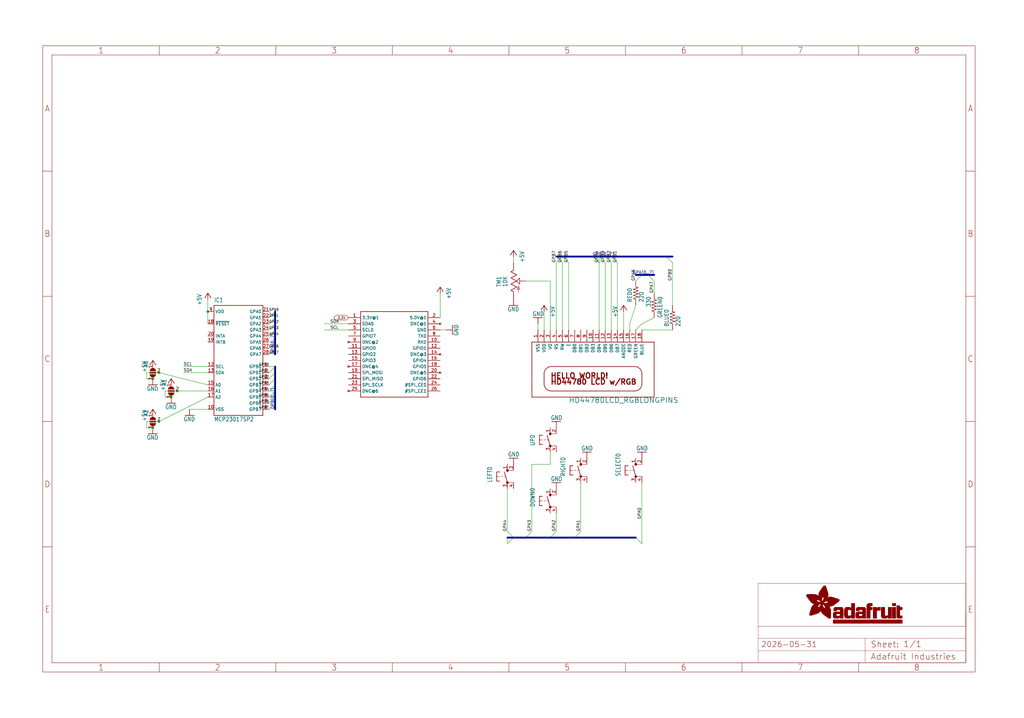
<source format=kicad_sch>
(kicad_sch (version 20230121) (generator eeschema)
  (paper "User" 425.45 298.602)
  (lib_symbols
    (symbol "working-eagle-import:+5V" (power)
      (property "Value" "+5V" (at -2.54 -5.08 90))
      (symbol "+5V_1_0"
        (pin power_in line (at 0 -2.54 90) (length 2.54) (name "+5V") (number "1"))
      )
    )
    (symbol "working-eagle-import:10-XX"
      (property "Reference" "S" (at -6.35 -2.54 90))
      (symbol "10-XX_1_0"
        (pin passive line (at 0 5.08 270) (length 2.54) (name "S") (number "1"))
        (pin passive line (at 2.54 5.08 270) (length 2.54) (name "S1") (number "2"))
        (pin passive line (at 0 -5.08 90) (length 2.54) (name "P") (number "3"))
        (pin passive line (at 2.54 -5.08 90) (length 2.54) (name "P1") (number "4"))
      )
    )
    (symbol "working-eagle-import:FRAME_A3_ADAFRUIT"
      (symbol "FRAME_A3_ADAFRUIT_1_0"
        (text "${#}/${##}" (at 357.505 10.16 0) (effects (font (size 2.54 2.54)) (justify left bottom)))
        (text "${CURRENT_DATE}" (at 298.45 10.16 0) (effects (font (size 2.286 2.286)) (justify left bottom)))
        (text "${PROJECTNAME}" (at 298.45 15.24 0) (effects (font (size 2.54 2.54)) (justify left bottom)))
        (text "1" (at 24.2094 1.905 0) (effects (font (size 2.54 2.286))))
        (text "1" (at 24.2094 258.445 0) (effects (font (size 2.54 2.286))))
        (text "2" (at 72.6281 1.905 0) (effects (font (size 2.54 2.286))))
        (text "2" (at 72.6281 258.445 0) (effects (font (size 2.54 2.286))))
        (text "3" (at 121.0469 1.905 0) (effects (font (size 2.54 2.286))))
        (text "3" (at 121.0469 258.445 0) (effects (font (size 2.54 2.286))))
        (text "4" (at 169.4656 1.905 0) (effects (font (size 2.54 2.286))))
        (text "4" (at 169.4656 258.445 0) (effects (font (size 2.54 2.286))))
        (text "5" (at 217.8844 1.905 0) (effects (font (size 2.54 2.286))))
        (text "5" (at 217.8844 258.445 0) (effects (font (size 2.54 2.286))))
        (text "6" (at 266.3031 1.905 0) (effects (font (size 2.54 2.286))))
        (text "6" (at 266.3031 258.445 0) (effects (font (size 2.54 2.286))))
        (text "7" (at 314.7219 1.905 0) (effects (font (size 2.54 2.286))))
        (text "7" (at 314.7219 258.445 0) (effects (font (size 2.54 2.286))))
        (text "8" (at 363.1406 1.905 0) (effects (font (size 2.54 2.286))))
        (text "8" (at 363.1406 258.445 0) (effects (font (size 2.54 2.286))))
        (text "A" (at 1.905 234.315 0) (effects (font (size 2.54 2.286))))
        (text "A" (at 385.445 234.315 0) (effects (font (size 2.54 2.286))))
        (text "Adafruit Industries" (at 343.916 4.953 0) (effects (font (size 2.54 2.54)) (justify left bottom)))
        (text "B" (at 1.905 182.245 0) (effects (font (size 2.54 2.286))))
        (text "B" (at 385.445 182.245 0) (effects (font (size 2.54 2.286))))
        (text "C" (at 1.905 130.175 0) (effects (font (size 2.54 2.286))))
        (text "C" (at 385.445 130.175 0) (effects (font (size 2.54 2.286))))
        (text "D" (at 1.905 78.105 0) (effects (font (size 2.54 2.286))))
        (text "D" (at 385.445 78.105 0) (effects (font (size 2.54 2.286))))
        (text "E" (at 1.905 26.035 0) (effects (font (size 2.54 2.286))))
        (text "E" (at 385.445 26.035 0) (effects (font (size 2.54 2.286))))
        (text "Sheet:" (at 343.916 10.033 0) (effects (font (size 2.54 2.54)) (justify left bottom)))
      )
    )
    (symbol "working-eagle-import:GND" (power)
      (property "Value" "GND" (at -2.54 -2.54 0))
      (symbol "GND_1_0"
        (pin power_in line (at 0 2.54 270) (length 2.54) (name "GND") (number "1"))
      )
    )
    (symbol "working-eagle-import:HD44780LCD_RGBLONGPINS"
      (symbol "HD44780LCD_RGBLONGPINS_1_0"
        (text "HD44780 LCD w/RGB" (at -17.78 -5.08 0) (effects (font (size 2.1844 2.1844) (thickness 0.4369) bold) (justify left bottom)))
        (text "HELLO WORLD!" (at -17.78 -2.54 0) (effects (font (size 2.1844 2.1844) (thickness 0.4369) bold) (justify left bottom)))
        (pin power_in line (at -22.86 17.78 270) (length 5.08) (name "VSS") (number "1"))
        (pin bidirectional line (at 0 17.78 270) (length 5.08) (name "DB3") (number "10"))
        (pin bidirectional line (at 2.54 17.78 270) (length 5.08) (name "DB4") (number "11"))
        (pin bidirectional line (at 5.08 17.78 270) (length 5.08) (name "DB5") (number "12"))
        (pin bidirectional line (at 7.62 17.78 270) (length 5.08) (name "DB6") (number "13"))
        (pin bidirectional line (at 10.16 17.78 270) (length 5.08) (name "DB7") (number "14"))
        (pin input line (at 12.7 17.78 270) (length 5.08) (name "ANODE") (number "15"))
        (pin input line (at 15.24 17.78 270) (length 5.08) (name "RED") (number "16"))
        (pin input line (at 17.78 17.78 270) (length 5.08) (name "GREEN") (number "17"))
        (pin input line (at 20.32 17.78 270) (length 5.08) (name "BLUE") (number "18"))
        (pin power_in line (at -20.32 17.78 270) (length 5.08) (name "VDD") (number "2"))
        (pin input line (at -17.78 17.78 270) (length 5.08) (name "VO") (number "3"))
        (pin input line (at -15.24 17.78 270) (length 5.08) (name "RS") (number "4"))
        (pin input line (at -12.7 17.78 270) (length 5.08) (name "RW") (number "5"))
        (pin input line (at -10.16 17.78 270) (length 5.08) (name "E") (number "6"))
        (pin bidirectional line (at -7.62 17.78 270) (length 5.08) (name "DB0") (number "7"))
        (pin bidirectional line (at -5.08 17.78 270) (length 5.08) (name "DB1") (number "8"))
        (pin bidirectional line (at -2.54 17.78 270) (length 5.08) (name "DB2") (number "9"))
      )
    )
    (symbol "working-eagle-import:MCP23017SP2"
      (property "Reference" "IC" (at -10.16 24.13 0))
      (symbol "MCP23017SP2_1_0"
        (pin bidirectional line (at 12.7 -2.54 180) (length 2.54) (name "GPB0") (number "1"))
        (pin power_in line (at -12.7 -20.32 0) (length 2.54) (name "VSS") (number "10"))
        (pin input line (at -12.7 -2.54 0) (length 2.54) (name "SCL") (number "12"))
        (pin bidirectional line (at -12.7 -5.08 0) (length 2.54) (name "SDA") (number "13"))
        (pin input line (at -12.7 -10.16 0) (length 2.54) (name "A0") (number "15"))
        (pin input line (at -12.7 -12.7 0) (length 2.54) (name "A1") (number "16"))
        (pin input line (at -12.7 -15.24 0) (length 2.54) (name "A2") (number "17"))
        (pin input line (at -12.7 15.24 0) (length 2.54) (name "~{RESET}") (number "18"))
        (pin output line (at -12.7 7.62 0) (length 2.54) (name "INTB") (number "19"))
        (pin bidirectional line (at 12.7 -5.08 180) (length 2.54) (name "GPB1") (number "2"))
        (pin output line (at -12.7 10.16 0) (length 2.54) (name "INTA") (number "20"))
        (pin bidirectional line (at 12.7 20.32 180) (length 2.54) (name "GPA0") (number "21"))
        (pin bidirectional line (at 12.7 17.78 180) (length 2.54) (name "GPA1") (number "22"))
        (pin bidirectional line (at 12.7 15.24 180) (length 2.54) (name "GPA2") (number "23"))
        (pin bidirectional line (at 12.7 12.7 180) (length 2.54) (name "GPA3") (number "24"))
        (pin bidirectional line (at 12.7 10.16 180) (length 2.54) (name "GPA4") (number "25"))
        (pin bidirectional line (at 12.7 7.62 180) (length 2.54) (name "GPA5") (number "26"))
        (pin bidirectional line (at 12.7 5.08 180) (length 2.54) (name "GPA6") (number "27"))
        (pin bidirectional line (at 12.7 2.54 180) (length 2.54) (name "GPA7") (number "28"))
        (pin bidirectional line (at 12.7 -7.62 180) (length 2.54) (name "GPB2") (number "3"))
        (pin bidirectional line (at 12.7 -10.16 180) (length 2.54) (name "GPB3") (number "4"))
        (pin bidirectional line (at 12.7 -12.7 180) (length 2.54) (name "GPB4") (number "5"))
        (pin bidirectional line (at 12.7 -15.24 180) (length 2.54) (name "GPB5") (number "6"))
        (pin bidirectional line (at 12.7 -17.78 180) (length 2.54) (name "GPB6") (number "7"))
        (pin bidirectional line (at 12.7 -20.32 180) (length 2.54) (name "GPB7") (number "8"))
        (pin power_in line (at -12.7 20.32 0) (length 2.54) (name "VDD") (number "9"))
      )
    )
    (symbol "working-eagle-import:R-US_0207/10"
      (property "Reference" "R" (at -3.81 1.4986 0))
      (symbol "R-US_0207/10_1_0"
        (pin passive line (at -5.08 0 0) (length 2.54) (name "1") (number "1"))
        (pin passive line (at 5.08 0 180) (length 2.54) (name "2") (number "2"))
      )
    )
    (symbol "working-eagle-import:RASPBERRYPI_BB"
      (symbol "RASPBERRYPI_BB_1_0"
        (pin power_in line (at -17.78 15.24 0) (length 5.08) (name "3.3V@1") (number "1"))
        (pin input line (at 20.32 5.08 180) (length 5.08) (name "RXD") (number "10"))
        (pin bidirectional line (at -17.78 2.54 0) (length 5.08) (name "GPIO0") (number "11"))
        (pin bidirectional line (at 20.32 2.54 180) (length 5.08) (name "GPIO1") (number "12"))
        (pin bidirectional line (at -17.78 0 0) (length 5.08) (name "GPIO2") (number "13"))
        (pin no_connect line (at 20.32 0 180) (length 5.08) (name "DNC@3") (number "14"))
        (pin bidirectional line (at -17.78 -2.54 0) (length 5.08) (name "GPIO3") (number "15"))
        (pin bidirectional line (at 20.32 -2.54 180) (length 5.08) (name "GPIO4") (number "16"))
        (pin no_connect line (at -17.78 -5.08 0) (length 5.08) (name "DNC@4") (number "17"))
        (pin bidirectional line (at 20.32 -5.08 180) (length 5.08) (name "GPIO5") (number "18"))
        (pin output line (at -17.78 -7.62 0) (length 5.08) (name "SPI_MOSI") (number "19"))
        (pin power_in line (at 20.32 15.24 180) (length 5.08) (name "5.0V@1") (number "2"))
        (pin no_connect line (at 20.32 -7.62 180) (length 5.08) (name "DNC@5") (number "20"))
        (pin input line (at -17.78 -10.16 0) (length 5.08) (name "SPI_MISO") (number "21"))
        (pin bidirectional line (at 20.32 -10.16 180) (length 5.08) (name "GPIO6") (number "22"))
        (pin output line (at -17.78 -12.7 0) (length 5.08) (name "SPI_SCLK") (number "23"))
        (pin output line (at 20.32 -12.7 180) (length 5.08) (name "#SPI_CE0") (number "24"))
        (pin no_connect line (at -17.78 -15.24 0) (length 5.08) (name "DNC@6") (number "25"))
        (pin output line (at 20.32 -15.24 180) (length 5.08) (name "#SPI_CE1") (number "26"))
        (pin bidirectional line (at -17.78 12.7 0) (length 5.08) (name "SDA0") (number "3"))
        (pin no_connect line (at 20.32 12.7 180) (length 5.08) (name "DNC@1") (number "4"))
        (pin output line (at -17.78 10.16 0) (length 5.08) (name "SCL0") (number "5"))
        (pin power_in line (at 20.32 10.16 180) (length 5.08) (name "GND") (number "6"))
        (pin bidirectional line (at -17.78 7.62 0) (length 5.08) (name "GPIO7") (number "7"))
        (pin output line (at 20.32 7.62 180) (length 5.08) (name "TXD") (number "8"))
        (pin no_connect line (at -17.78 5.08 0) (length 5.08) (name "DNC@2") (number "9"))
      )
    )
    (symbol "working-eagle-import:SOLDERJUMPER_2WAY"
      (property "Reference" "SJ" (at -5.08 -3.81 0))
      (symbol "SOLDERJUMPER_2WAY_1_0"
        (pin passive line (at -2.54 0 0) (length 0) (name "1") (number "1"))
        (pin passive line (at 0 2.54 270) (length 0) (name "2") (number "2"))
        (pin passive line (at 2.54 0 180) (length 0) (name "3") (number "3"))
      )
    )
    (symbol "working-eagle-import:TRIM"
      (property "Reference" "TM" (at -5.08 -2.54 90))
      (symbol "TRIM_1_0"
        (pin passive line (at 0 -7.62 90) (length 2.54) (name "A") (number "A"))
        (pin passive line (at 0 7.62 270) (length 2.54) (name "E") (number "E"))
        (pin passive line (at 5.08 0 180) (length 2.54) (name "S") (number "S"))
      )
    )
  )
  (junction (at 63.5 177.8))
  (junction (at 63.5 157.48))
  (junction (at 73.66 162.56))
  (junction (at 66.04 175.26))
  (junction (at 71.12 165.1))
  (junction (at 66.04 154.94))
  (junction (at 86.36 129.54))
  (bus_entry (at 220.98 220.98) (size -2.54 2.54))
  (bus_entry (at 279.4 109.22) (size -2.54 -2.54))
  (bus_entry (at 266.7 226.06) (size -2.54 -2.54))
  (bus_entry (at 111.76 139.7) (size 2.54 -2.54))
  (bus_entry (at 271.78 116.84) (size -2.54 -2.54))
  (bus_entry (at 264.16 116.84) (size 2.54 -2.54))
  (bus_entry (at 231.14 109.22) (size 2.54 -2.54))
  (bus_entry (at 210.82 226.06) (size 2.54 -2.54))
  (bus_entry (at 111.76 144.78) (size 2.54 -2.54))
  (bus_entry (at 111.76 132.08) (size 2.54 -2.54))
  (bus_entry (at 256.54 109.22) (size -2.54 -2.54))
  (bus_entry (at 111.76 154.94) (size 2.54 -2.54))
  (bus_entry (at 248.92 109.22) (size -2.54 -2.54))
  (bus_entry (at 111.76 170.18) (size 2.54 -2.54))
  (bus_entry (at 111.76 129.54) (size 2.54 2.54))
  (bus_entry (at 111.76 157.48) (size 2.54 -2.54))
  (bus_entry (at 233.68 109.22) (size -2.54 -2.54))
  (bus_entry (at 210.82 220.98) (size 2.54 2.54))
  (bus_entry (at 254 109.22) (size -2.54 -2.54))
  (bus_entry (at 251.46 109.22) (size -2.54 -2.54))
  (bus_entry (at 248.92 109.22) (size -2.54 -2.54))
  (bus_entry (at 236.22 109.22) (size -2.54 -2.54))
  (bus_entry (at 111.76 137.16) (size 2.54 -2.54))
  (bus_entry (at 111.76 162.56) (size 2.54 -2.54))
  (bus_entry (at 231.14 220.98) (size -2.54 2.54))
  (bus_entry (at 241.3 220.98) (size -2.54 2.54))
  (bus_entry (at 111.76 165.1) (size 2.54 -2.54))
  (bus_entry (at 111.76 147.32) (size 2.54 -2.54))
  (bus_entry (at 111.76 167.64) (size 2.54 -2.54))
  (bus_entry (at 111.76 160.02) (size 2.54 -2.54))
  (bus_entry (at 111.76 134.62) (size 2.54 -2.54))
  (wire (pts (xy 266.7 134.62) (xy 264.16 137.16)) (stroke (width 0.1524)))
  (wire (pts (xy 68.58 165.1) (xy 68.58 162.56)) (stroke (width 0.1524)))
  (bus (pts (xy 114.3 147.32) (xy 114.3 144.78)) (stroke (width 0.762)))
  (wire (pts (xy 266.7 200.66) (xy 266.7 226.06)) (stroke (width 0.1524)))
  (wire (pts (xy 231.14 213.36) (xy 231.14 220.98)) (stroke (width 0.1524)))
  (wire (pts (xy 256.54 137.16) (xy 256.54 109.22)) (stroke (width 0.1524)))
  (bus (pts (xy 248.92 106.68) (xy 251.46 106.68)) (stroke (width 0.762)))
  (wire (pts (xy 86.36 152.4) (xy 76.2 152.4)) (stroke (width 0.1524)))
  (wire (pts (xy 63.5 157.48) (xy 60.96 157.48)) (stroke (width 0.1524)))
  (wire (pts (xy 210.82 226.06) (xy 210.82 223.52)) (stroke (width 0.1524)))
  (wire (pts (xy 231.14 137.16) (xy 231.14 109.22)) (stroke (width 0.1524)))
  (wire (pts (xy 210.82 220.98) (xy 210.82 203.2)) (stroke (width 0.1524)))
  (bus (pts (xy 114.3 137.16) (xy 114.3 134.62)) (stroke (width 0.762)))
  (wire (pts (xy 254 137.16) (xy 254 109.22)) (stroke (width 0.1524)))
  (bus (pts (xy 114.3 167.64) (xy 114.3 170.18)) (stroke (width 0.762)))
  (wire (pts (xy 86.36 134.62) (xy 86.36 129.54)) (stroke (width 0.1524)))
  (wire (pts (xy 60.96 175.26) (xy 66.04 175.26)) (stroke (width 0.1524)))
  (wire (pts (xy 86.36 124.46) (xy 86.36 129.54)) (stroke (width 0.1524)))
  (wire (pts (xy 228.6 116.84) (xy 218.44 116.84)) (stroke (width 0.1524)))
  (wire (pts (xy 63.5 177.8) (xy 60.96 177.8)) (stroke (width 0.1524)))
  (wire (pts (xy 66.04 154.94) (xy 86.36 160.02)) (stroke (width 0.1524)))
  (wire (pts (xy 226.06 129.54) (xy 226.06 137.16)) (stroke (width 0.1524)))
  (wire (pts (xy 111.76 152.4) (xy 114.3 152.4)) (stroke (width 0.1524)))
  (wire (pts (xy 271.78 132.08) (xy 266.7 134.62)) (stroke (width 0.1524)))
  (bus (pts (xy 246.38 106.68) (xy 248.92 106.68)) (stroke (width 0.762)))
  (bus (pts (xy 114.3 165.1) (xy 114.3 167.64)) (stroke (width 0.762)))
  (wire (pts (xy 228.6 193.04) (xy 228.6 187.96)) (stroke (width 0.1524)))
  (wire (pts (xy 86.36 154.94) (xy 76.2 154.94)) (stroke (width 0.1524)))
  (wire (pts (xy 261.62 134.62) (xy 261.62 137.16)) (stroke (width 0.1524)))
  (bus (pts (xy 276.86 106.68) (xy 279.4 106.68)) (stroke (width 0.762)))
  (wire (pts (xy 220.98 193.04) (xy 228.6 193.04)) (stroke (width 0.1524)))
  (wire (pts (xy 248.92 109.22) (xy 248.92 106.68)) (stroke (width 0.1524)))
  (bus (pts (xy 266.7 114.3) (xy 264.16 114.3)) (stroke (width 0.762)))
  (wire (pts (xy 241.3 200.66) (xy 241.3 220.98)) (stroke (width 0.1524)))
  (bus (pts (xy 114.3 162.56) (xy 114.3 165.1)) (stroke (width 0.762)))
  (wire (pts (xy 213.36 109.22) (xy 213.36 106.68)) (stroke (width 0.1524)))
  (bus (pts (xy 271.78 114.3) (xy 269.24 114.3)) (stroke (width 0.762)))
  (bus (pts (xy 114.3 132.08) (xy 114.3 129.54)) (stroke (width 0.762)))
  (wire (pts (xy 223.52 134.62) (xy 223.52 137.16)) (stroke (width 0.1524)))
  (wire (pts (xy 144.78 134.62) (xy 134.62 134.62)) (stroke (width 0.1524)))
  (bus (pts (xy 238.76 223.52) (xy 228.6 223.52)) (stroke (width 0.762)))
  (bus (pts (xy 264.16 223.52) (xy 238.76 223.52)) (stroke (width 0.762)))
  (wire (pts (xy 86.36 162.56) (xy 73.66 162.56)) (stroke (width 0.1524)))
  (wire (pts (xy 279.4 127) (xy 279.4 109.22)) (stroke (width 0.1524)))
  (wire (pts (xy 185.42 137.16) (xy 182.88 137.16)) (stroke (width 0.1524)))
  (wire (pts (xy 86.36 170.18) (xy 78.74 170.18)) (stroke (width 0.1524)))
  (wire (pts (xy 60.96 157.48) (xy 60.96 154.94)) (stroke (width 0.1524)))
  (bus (pts (xy 114.3 142.24) (xy 114.3 137.16)) (stroke (width 0.762)))
  (wire (pts (xy 248.92 109.22) (xy 248.92 137.16)) (stroke (width 0.1524)))
  (wire (pts (xy 68.58 162.56) (xy 73.66 162.56)) (stroke (width 0.1524)))
  (wire (pts (xy 66.04 175.26) (xy 86.36 165.1)) (stroke (width 0.1524)))
  (bus (pts (xy 213.36 223.52) (xy 210.82 223.52)) (stroke (width 0.762)))
  (wire (pts (xy 271.78 116.84) (xy 271.78 121.92)) (stroke (width 0.1524)))
  (bus (pts (xy 269.24 114.3) (xy 266.7 114.3)) (stroke (width 0.762)))
  (bus (pts (xy 114.3 134.62) (xy 114.3 132.08)) (stroke (width 0.762)))
  (bus (pts (xy 233.68 106.68) (xy 246.38 106.68)) (stroke (width 0.762)))
  (bus (pts (xy 228.6 223.52) (xy 218.44 223.52)) (stroke (width 0.762)))
  (wire (pts (xy 228.6 137.16) (xy 228.6 116.84)) (stroke (width 0.1524)))
  (wire (pts (xy 60.96 154.94) (xy 66.04 154.94)) (stroke (width 0.1524)))
  (wire (pts (xy 251.46 137.16) (xy 251.46 109.22)) (stroke (width 0.1524)))
  (bus (pts (xy 114.3 160.02) (xy 114.3 162.56)) (stroke (width 0.762)))
  (wire (pts (xy 144.78 137.16) (xy 134.62 137.16)) (stroke (width 0.1524)))
  (bus (pts (xy 114.3 152.4) (xy 114.3 154.94)) (stroke (width 0.762)))
  (wire (pts (xy 233.68 109.22) (xy 233.68 137.16)) (stroke (width 0.1524)))
  (wire (pts (xy 264.16 127) (xy 261.62 134.62)) (stroke (width 0.1524)))
  (bus (pts (xy 114.3 144.78) (xy 114.3 142.24)) (stroke (width 0.762)))
  (bus (pts (xy 251.46 106.68) (xy 254 106.68)) (stroke (width 0.762)))
  (wire (pts (xy 259.08 129.54) (xy 259.08 137.16)) (stroke (width 0.1524)))
  (bus (pts (xy 218.44 223.52) (xy 213.36 223.52)) (stroke (width 0.762)))
  (wire (pts (xy 236.22 109.22) (xy 236.22 137.16)) (stroke (width 0.1524)))
  (wire (pts (xy 71.12 165.1) (xy 68.58 165.1)) (stroke (width 0.1524)))
  (bus (pts (xy 114.3 154.94) (xy 114.3 157.48)) (stroke (width 0.762)))
  (wire (pts (xy 182.88 121.92) (xy 182.88 132.08)) (stroke (width 0.1524)))
  (wire (pts (xy 60.96 177.8) (xy 60.96 175.26)) (stroke (width 0.1524)))
  (bus (pts (xy 114.3 157.48) (xy 114.3 160.02)) (stroke (width 0.762)))
  (bus (pts (xy 231.14 106.68) (xy 233.68 106.68)) (stroke (width 0.762)))
  (bus (pts (xy 254 106.68) (xy 276.86 106.68)) (stroke (width 0.762)))
  (wire (pts (xy 279.4 137.16) (xy 266.7 137.16)) (stroke (width 0.1524)))
  (wire (pts (xy 220.98 220.98) (xy 220.98 193.04)) (stroke (width 0.1524)))
  (label "GPB[0..7]" (at 255.27 106.68 180) (effects (font (size 1.2446 1.2446))))
  (label "GPA7" (at 271.78 121.92 90) (effects (font (size 1.2446 1.2446))))
  (label "GPA0" (at 111.76 129.54 0) (effects (font (size 1.016 1.016))))
  (label "SCL" (at 76.2 152.4 0) (effects (font (size 1.2446 1.2446))))
  (label "GPB1" (at 111.76 154.94 180) (effects (font (size 1.016 1.016))))
  (label "GPB7" (at 111.76 170.18 180) (effects (font (size 1.016 1.016))))
  (label "GPA[0..7]" (at 114.3 147.32 90) (effects (font (size 1.2446 1.2446))))
  (label "SCL" (at 137.16 137.16 0) (effects (font (size 1.2446 1.2446))))
  (label "GPB3" (at 111.76 160.02 180) (effects (font (size 1.016 1.016))))
  (label "GPB0" (at 111.76 152.4 180) (effects (font (size 1.016 1.016))))
  (label "GPB4" (at 248.92 109.22 90) (effects (font (size 1.2446 1.2446))))
  (label "GPB6" (at 233.68 109.22 90) (effects (font (size 1.2446 1.2446))))
  (label "GPA3" (at 220.98 220.98 90) (effects (font (size 1.2446 1.2446))))
  (label "GPB3" (at 251.46 109.22 90) (effects (font (size 1.2446 1.2446))))
  (label "GPA1" (at 111.76 132.08 0) (effects (font (size 1.016 1.016))))
  (label "GPB6" (at 111.76 167.64 180) (effects (font (size 1.016 1.016))))
  (label "GPB4" (at 111.76 162.56 180) (effects (font (size 1.016 1.016))))
  (label "GPB5" (at 236.22 109.22 90) (effects (font (size 1.2446 1.2446))))
  (label "GPA6" (at 264.16 116.84 90) (effects (font (size 1.2446 1.2446))))
  (label "GPA7" (at 111.76 147.32 0) (effects (font (size 1.016 1.016))))
  (label "GPA0" (at 266.7 215.9 90) (effects (font (size 1.2446 1.2446))))
  (label "GPB5" (at 111.76 165.1 180) (effects (font (size 1.016 1.016))))
  (label "GPB2" (at 254 109.22 90) (effects (font (size 1.2446 1.2446))))
  (label "SDA" (at 76.2 154.94 0) (effects (font (size 1.2446 1.2446))))
  (label "GPA3" (at 111.76 137.16 0) (effects (font (size 1.016 1.016))))
  (label "GPB1" (at 256.54 109.22 90) (effects (font (size 1.2446 1.2446))))
  (label "GPA1" (at 241.3 220.98 90) (effects (font (size 1.2446 1.2446))))
  (label "GPA2" (at 231.14 220.98 90) (effects (font (size 1.2446 1.2446))))
  (label "SDA" (at 137.16 134.62 0) (effects (font (size 1.2446 1.2446))))
  (label "GPA4" (at 111.76 139.7 0) (effects (font (size 1.016 1.016))))
  (label "GPB[0..7]" (at 114.3 170.18 90) (effects (font (size 1.2446 1.2446))))
  (label "GPB7" (at 231.14 109.22 90) (effects (font (size 1.2446 1.2446))))
  (label "GPB2" (at 111.76 157.48 180) (effects (font (size 1.016 1.016))))
  (label "GPB0" (at 279.4 116.84 90) (effects (font (size 1.2446 1.2446))))
  (label "GPA2" (at 111.76 134.62 0) (effects (font (size 1.016 1.016))))
  (label "GPA4" (at 210.82 220.98 90) (effects (font (size 1.2446 1.2446))))
  (label "GPA[0..7]" (at 271.78 114.3 180) (effects (font (size 1.2446 1.2446))))
  (label "GPA6" (at 111.76 144.78 0) (effects (font (size 1.016 1.016))))
  (global_label "3.3V" (shape bidirectional) (at 144.78 132.08 180) (effects (font (size 1.016 1.016))) (property "Intersheetrefs" "${INTERSHEET_REFS}" (effects hide)))
  (symbol (lib_id "working-eagle-import:RASPBERRYPI_BB") (at 162.56 147.32 0) (unit 1)
    (property "Reference" "U$4" (effects hide))
    (property "Value" "RASPBERRYPI_BB" (effects hide))
    (property "Footprint" "working:RASBERRYPI_SHIELD" (effects hide))
  )
  (symbol (lib_id "working-eagle-import:MCP23017SP2") (at 99.06 149.86 0) (unit 1)
    (property "Reference" "IC1" (at 88.9 125.73 0) (effects (font (size 1.778 1.5113)) (justify left bottom)))
    (property "Value" "MCP23017SP2" (at 88.9 175.26 0) (effects (font (size 1.778 1.5113)) (justify left bottom)))
    (property "Footprint" "working:DIL28-3-ROUND" (effects hide))
  )
  (symbol (lib_id "working-eagle-import:GND") (at 63.5 180.34 0) (unit 1)
    (property "Reference" "#GND2" (effects hide))
    (property "Value" "GND" (at 60.96 182.88 0) (effects (font (size 1.778 1.5113)) (justify left bottom)))
  )
  (symbol (lib_id "working-eagle-import:R-US_0207/10") (at 279.4 132.08 90) (unit 1)
    (property "Reference" "BLUE0" (at 277.9014 135.89 0) (effects (font (size 1.778 1.5113)) (justify left bottom)))
    (property "Value" "220" (at 282.702 135.89 0) (effects (font (size 1.778 1.5113)) (justify left bottom)))
    (property "Footprint" "working:0207_10" (effects hide))
  )
  (symbol (lib_id "working-eagle-import:+5V") (at 71.12 157.48 0) (unit 1)
    (property "Reference" "#P+8" (effects hide))
    (property "Value" "+5V" (at 68.58 162.56 90) (effects (font (size 1.778 1.5113)) (justify left bottom)))
  )
  (symbol (lib_id "working-eagle-import:GND") (at 213.36 127 0) (unit 1)
    (property "Reference" "#GND9" (effects hide))
    (property "Value" "GND" (at 210.82 129.54 0) (effects (font (size 1.778 1.5113)) (justify left bottom)))
  )
  (symbol (lib_id "working-eagle-import:+5V") (at 63.5 170.18 0) (unit 1)
    (property "Reference" "#P+9" (effects hide))
    (property "Value" "+5V" (at 60.96 175.26 90) (effects (font (size 1.778 1.5113)) (justify left bottom)))
  )
  (symbol (lib_id "working-eagle-import:R-US_0207/10") (at 271.78 127 270) (unit 1)
    (property "Reference" "GREEN0" (at 273.2786 123.19 0) (effects (font (size 1.778 1.5113)) (justify left bottom)))
    (property "Value" "330" (at 268.478 123.19 0) (effects (font (size 1.778 1.5113)) (justify left bottom)))
    (property "Footprint" "working:0207_10" (effects hide))
  )
  (symbol (lib_id "working-eagle-import:GND") (at 266.7 187.96 180) (unit 1)
    (property "Reference" "#GND8" (effects hide))
    (property "Value" "GND" (at 269.24 185.42 0) (effects (font (size 1.778 1.5113)) (justify left bottom)))
  )
  (symbol (lib_id "working-eagle-import:10-XX") (at 228.6 208.28 0) (unit 1)
    (property "Reference" "DOWN0" (at 222.25 210.82 90) (effects (font (size 1.778 1.5113)) (justify left bottom)))
    (property "Value" "10-XX" (effects hide))
    (property "Footprint" "working:B3F-10XX" (effects hide))
  )
  (symbol (lib_id "working-eagle-import:GND") (at 187.96 137.16 90) (unit 1)
    (property "Reference" "#GND11" (effects hide))
    (property "Value" "GND" (at 190.5 139.7 0) (effects (font (size 1.778 1.5113)) (justify left bottom)))
  )
  (symbol (lib_id "working-eagle-import:GND") (at 78.74 172.72 0) (unit 1)
    (property "Reference" "#GND1" (effects hide))
    (property "Value" "GND" (at 76.2 175.26 0) (effects (font (size 1.778 1.5113)) (justify left bottom)))
  )
  (symbol (lib_id "working-eagle-import:TRIM") (at 213.36 116.84 0) (unit 1)
    (property "Reference" "TM1" (at 208.28 119.38 90) (effects (font (size 1.778 1.5113)) (justify left bottom)))
    (property "Value" "10K" (at 210.82 119.38 90) (effects (font (size 1.778 1.5113)) (justify left bottom)))
    (property "Footprint" "working:6MM" (effects hide))
  )
  (symbol (lib_id "working-eagle-import:+5V") (at 86.36 121.92 0) (unit 1)
    (property "Reference" "#P+1" (effects hide))
    (property "Value" "+5V" (at 83.82 127 90) (effects (font (size 1.778 1.5113)) (justify left bottom)))
  )
  (symbol (lib_id "working-eagle-import:SOLDERJUMPER_2WAY") (at 63.5 175.26 270) (unit 1)
    (property "Reference" "A2" (at 59.69 170.18 0) (effects (font (size 1.778 1.5113)) (justify left bottom)))
    (property "Value" "SOLDERJUMPER_2WAY" (effects hide))
    (property "Footprint" "working:SOLDERJUMPER_2WAY_OPEN_NOPASTE" (effects hide))
  )
  (symbol (lib_id "working-eagle-import:GND") (at 213.36 190.5 180) (unit 1)
    (property "Reference" "#GND5" (effects hide))
    (property "Value" "GND" (at 215.9 187.96 0) (effects (font (size 1.778 1.5113)) (justify left bottom)))
  )
  (symbol (lib_id "working-eagle-import:SOLDERJUMPER_2WAY") (at 71.12 162.56 270) (unit 1)
    (property "Reference" "A1" (at 67.31 157.48 0) (effects (font (size 1.778 1.5113)) (justify left bottom)))
    (property "Value" "SOLDERJUMPER_2WAY" (effects hide))
    (property "Footprint" "working:SOLDERJUMPER_2WAY_OPEN_NOPASTE" (effects hide))
  )
  (symbol (lib_id "working-eagle-import:10-XX") (at 241.3 195.58 0) (unit 1)
    (property "Reference" "RIGHT0" (at 234.95 198.12 90) (effects (font (size 1.778 1.5113)) (justify left bottom)))
    (property "Value" "10-XX" (effects hide))
    (property "Footprint" "working:B3F-10XX" (effects hide))
  )
  (symbol (lib_id "working-eagle-import:GND") (at 243.84 187.96 180) (unit 1)
    (property "Reference" "#GND7" (effects hide))
    (property "Value" "GND" (at 246.38 185.42 0) (effects (font (size 1.778 1.5113)) (justify left bottom)))
  )
  (symbol (lib_id "working-eagle-import:GND") (at 231.14 200.66 180) (unit 1)
    (property "Reference" "#GND10" (effects hide))
    (property "Value" "GND" (at 233.68 198.12 0) (effects (font (size 1.778 1.5113)) (justify left bottom)))
  )
  (symbol (lib_id "working-eagle-import:+5V") (at 182.88 119.38 0) (mirror y) (unit 1)
    (property "Reference" "#P+6" (effects hide))
    (property "Value" "+5V" (at 185.42 124.46 90) (effects (font (size 1.778 1.5113)) (justify left bottom)))
  )
  (symbol (lib_id "working-eagle-import:10-XX") (at 264.16 195.58 0) (unit 1)
    (property "Reference" "SELECT0" (at 257.81 198.12 90) (effects (font (size 1.778 1.5113)) (justify left bottom)))
    (property "Value" "10-XX" (effects hide))
    (property "Footprint" "working:B3F-10XX" (effects hide))
  )
  (symbol (lib_id "working-eagle-import:10-XX") (at 210.82 198.12 0) (unit 1)
    (property "Reference" "LEFT0" (at 204.47 200.66 90) (effects (font (size 1.778 1.5113)) (justify left bottom)))
    (property "Value" "10-XX" (effects hide))
    (property "Footprint" "working:B3F-10XX" (effects hide))
  )
  (symbol (lib_id "working-eagle-import:R-US_0207/10") (at 264.16 121.92 90) (unit 1)
    (property "Reference" "RED0" (at 262.6614 125.73 0) (effects (font (size 1.778 1.5113)) (justify left bottom)))
    (property "Value" "220" (at 267.462 125.73 0) (effects (font (size 1.778 1.5113)) (justify left bottom)))
    (property "Footprint" "working:0207_10" (effects hide))
  )
  (symbol (lib_id "working-eagle-import:+5V") (at 226.06 127 0) (mirror y) (unit 1)
    (property "Reference" "#P+3" (effects hide))
    (property "Value" "+5V" (at 228.6 132.08 90) (effects (font (size 1.778 1.5113)) (justify left bottom)))
  )
  (symbol (lib_id "working-eagle-import:SOLDERJUMPER_2WAY") (at 63.5 154.94 270) (unit 1)
    (property "Reference" "A0" (at 59.69 149.86 0) (effects (font (size 1.778 1.5113)) (justify left bottom)))
    (property "Value" "SOLDERJUMPER_2WAY" (effects hide))
    (property "Footprint" "working:SOLDERJUMPER_2WAY_OPEN_NOPASTE" (effects hide))
  )
  (symbol (lib_id "working-eagle-import:+5V") (at 63.5 149.86 0) (unit 1)
    (property "Reference" "#P+7" (effects hide))
    (property "Value" "+5V" (at 60.96 154.94 90) (effects (font (size 1.778 1.5113)) (justify left bottom)))
  )
  (symbol (lib_id "working-eagle-import:GND") (at 223.52 132.08 180) (unit 1)
    (property "Reference" "#GND3" (effects hide))
    (property "Value" "GND" (at 226.06 129.54 0) (effects (font (size 1.778 1.5113)) (justify left bottom)))
  )
  (symbol (lib_id "working-eagle-import:10-XX") (at 228.6 182.88 0) (unit 1)
    (property "Reference" "UP0" (at 222.25 185.42 90) (effects (font (size 1.778 1.5113)) (justify left bottom)))
    (property "Value" "10-XX" (effects hide))
    (property "Footprint" "working:B3F-10XX" (effects hide))
  )
  (symbol (lib_id "working-eagle-import:+5V") (at 213.36 104.14 0) (mirror y) (unit 1)
    (property "Reference" "#P+4" (effects hide))
    (property "Value" "+5V" (at 215.9 109.22 90) (effects (font (size 1.778 1.5113)) (justify left bottom)))
  )
  (symbol (lib_id "working-eagle-import:GND") (at 231.14 175.26 180) (unit 1)
    (property "Reference" "#GND6" (effects hide))
    (property "Value" "GND" (at 233.68 172.72 0) (effects (font (size 1.778 1.5113)) (justify left bottom)))
  )
  (symbol (lib_id "working-eagle-import:HD44780LCD_RGBLONGPINS") (at 246.38 154.94 0) (unit 1)
    (property "Reference" "U$1" (effects hide))
    (property "Value" "HD44780LCD_RGBLONGPINS" (at 236.22 167.64 0) (effects (font (size 2.1844 2.1844)) (justify left bottom)))
    (property "Footprint" "working:LCD1602-RGB" (effects hide))
  )
  (symbol (lib_id "working-eagle-import:GND") (at 63.5 160.02 0) (unit 1)
    (property "Reference" "#GND12" (effects hide))
    (property "Value" "GND" (at 60.96 162.56 0) (effects (font (size 1.778 1.5113)) (justify left bottom)))
  )
  (symbol (lib_id "working-eagle-import:FRAME_A3_ADAFRUIT") (at 17.78 279.4 0) (unit 1)
    (property "Reference" "#U$3" (effects hide))
    (property "Value" "FRAME_A3_ADAFRUIT" (effects hide))
  )
  (symbol (lib_id "working-eagle-import:GND") (at 71.12 167.64 0) (unit 1)
    (property "Reference" "#GND4" (effects hide))
    (property "Value" "GND" (at 68.58 170.18 0) (effects (font (size 1.778 1.5113)) (justify left bottom)))
  )
  (symbol (lib_id "working-eagle-import:+5V") (at 259.08 127 0) (unit 1)
    (property "Reference" "#P+5" (effects hide))
    (property "Value" "+5V" (at 256.54 132.08 90) (effects (font (size 1.778 1.5113)) (justify left bottom)))
  )
)
</source>
